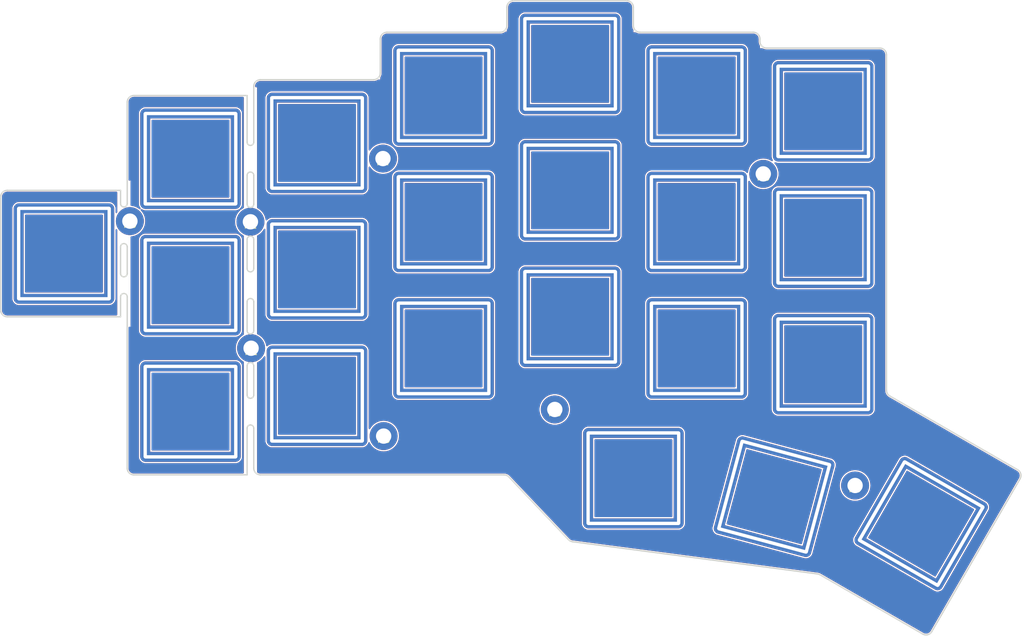
<source format=kicad_pcb>
(kicad_pcb (version 20210824) (generator pcbnew)
  (layers (0 "F.Cu" signal) (31 "B.Cu" signal) (34 "B.Paste" user) (35 "F.Paste" user) (36 "B.SilkS" user "B.Silkscreen") (37 "F.SilkS" user "F.Silkscreen") (38 "B.Mask" user) (39 "F.Mask" user) (44 "Edge.Cuts" user))
  (net 0 "")
  (footprint "kbd:SW_Hole_TH" (layer "F.Cu") (at 42.721463 76.099368)
    (fp_text reference "K18" hide)
    (fp_text value "KEYSW" hide)
    (pad "1" thru_hole oval (at 6.8 0) (size 1.5 15) (drill oval 0.5 14) (layers *.Cu *.Mask))
    (pad "1" thru_hole oval (at -6.8 0) (size 1.5 15) (drill oval 0.5 14) (layers *.Cu *.Mask))
    (pad "1" thru_hole oval (at 0 6.8 90) (size 1.5 15) (drill oval 0.5 14) (layers *.Cu *.Mask))
    (pad "1" thru_hole oval (at 0 -6.8 90) (size 1.5 15) (drill oval 0.5 14) (layers *.Cu *.Mask))
  )
  (footprint "kbd:SW_Hole_TH" (layer "F.Cu") (at 118.721463 47.599367)
    (fp_text reference "K21" hide)
    (fp_text value "KEYSW" hide)
    (pad "1" thru_hole oval (at -6.8 0) (size 1.5 15) (drill oval 0.5 14) (layers *.Cu *.Mask))
    (pad "1" thru_hole oval (at 6.8 0) (size 1.5 15) (drill oval 0.5 14) (layers *.Cu *.Mask))
    (pad "1" thru_hole oval (at 0 -6.8 90) (size 1.5 15) (drill oval 0.5 14) (layers *.Cu *.Mask))
    (pad "1" thru_hole oval (at 0 6.8 90) (size 1.5 15) (drill oval 0.5 14) (layers *.Cu *.Mask))
  )
  (footprint "kbd:SW_Hole_TH" (layer "F.Cu") (at 42.721463 57.099368)
    (fp_text reference "K14" hide)
    (fp_text value "KEYSW" hide)
    (pad "1" thru_hole oval (at 0 -6.8 90) (size 1.5 15) (drill oval 0.5 14) (layers *.Cu *.Mask))
    (pad "1" thru_hole oval (at 0 6.8 90) (size 1.5 15) (drill oval 0.5 14) (layers *.Cu *.Mask))
    (pad "1" thru_hole oval (at -6.8 0) (size 1.5 15) (drill oval 0.5 14) (layers *.Cu *.Mask))
    (pad "1" thru_hole oval (at 6.8 0) (size 1.5 15) (drill oval 0.5 14) (layers *.Cu *.Mask))
  )
  (footprint "kbd:SW_Hole_TH" (layer "F.Cu") (at 61.721463 35.724368)
    (fp_text reference "K13" hide)
    (fp_text value "KEYSW" hide)
    (pad "1" thru_hole oval (at 0 6.8 90) (size 1.5 15) (drill oval 0.5 14) (layers *.Cu *.Mask))
    (pad "1" thru_hole oval (at 0 -6.8 90) (size 1.5 15) (drill oval 0.5 14) (layers *.Cu *.Mask))
    (pad "1" thru_hole oval (at -6.8 0) (size 1.5 15) (drill oval 0.5 14) (layers *.Cu *.Mask))
    (pad "1" thru_hole oval (at 6.8 0) (size 1.5 15) (drill oval 0.5 14) (layers *.Cu *.Mask))
  )
  (footprint "kbd:SW_Hole_TH" (layer "F.Cu") (at 152.426296 92.925796 60)
    (fp_text reference "K22" hide)
    (fp_text value "KEYSW" hide)
    (pad "1" thru_hole oval (at -6.8 0 60) (size 1.5 15) (drill oval 0.5 14) (layers *.Cu *.Mask))
    (pad "1" thru_hole oval (at 0 -6.8 150) (size 1.5 15) (drill oval 0.5 14) (layers *.Cu *.Mask))
    (pad "1" thru_hole oval (at 0 6.8 150) (size 1.5 15) (drill oval 0.5 14) (layers *.Cu *.Mask))
    (pad "1" thru_hole oval (at 6.8 0 60) (size 1.5 15) (drill oval 0.5 14) (layers *.Cu *.Mask))
  )
  (footprint "kbd:M2_Hole_TH" (layer "F.Cu") (at 128.721463 40.374367)
    (fp_text reference "H8" (at 0 0.5) (layer "F.SilkS"))
    (fp_text value "MountingHole")
    (pad "" thru_hole circle (at 0 0) (size 4.2 4.2) (drill 2.3) (layers *.Cu *.Mask))
  )
  (footprint "kbd:SW_Hole_TH" (layer "F.Cu") (at 80.721463 66.599368)
    (fp_text reference "K9" hide)
    (fp_text value "KEYSW" hide)
    (pad "1" thru_hole oval (at -6.8 0) (size 1.5 15) (drill oval 0.5 14) (layers *.Cu *.Mask))
    (pad "1" thru_hole oval (at 0 -6.8 90) (size 1.5 15) (drill oval 0.5 14) (layers *.Cu *.Mask))
    (pad "1" thru_hole oval (at 0 6.8 90) (size 1.5 15) (drill oval 0.5 14) (layers *.Cu *.Mask))
    (pad "1" thru_hole oval (at 6.8 0) (size 1.5 15) (drill oval 0.5 14) (layers *.Cu *.Mask))
  )
  (footprint "kbd:M2_Hole_TH" (layer "F.Cu") (at 71.621463 38.074367)
    (fp_text reference "H4" (at 0 0.5) (layer "F.SilkS"))
    (fp_text value "MountingHole")
    (pad "" thru_hole circle (at 0 0) (size 4.2 4.2) (drill 2.3) (layers *.Cu *.Mask))
  )
  (footprint "kbd:SW_Hole_TH" (layer "F.Cu") (at 130.35654 88.881582 -15)
    (fp_text reference "K1" hide)
    (fp_text value "KEYSW" hide)
    (pad "1" thru_hole oval (at 0 -6.8 75) (size 1.5 15) (drill oval 0.5 14) (layers *.Cu *.Mask))
    (pad "1" thru_hole oval (at 0 6.8 75) (size 1.5 15) (drill oval 0.5 14) (layers *.Cu *.Mask))
    (pad "1" thru_hole oval (at -6.8 0 345) (size 1.5 15) (drill oval 0.5 14) (layers *.Cu *.Mask))
    (pad "1" thru_hole oval (at 6.8 0 345) (size 1.5 15) (drill oval 0.5 14) (layers *.Cu *.Mask))
  )
  (footprint "kbd:SW_Hole_TH" (layer "F.Cu") (at 99.721463 23.849368)
    (fp_text reference "K11" hide)
    (fp_text value "KEYSW" hide)
    (pad "1" thru_hole oval (at 0 -6.8 90) (size 1.5 15) (drill oval 0.5 14) (layers *.Cu *.Mask))
    (pad "1" thru_hole oval (at -6.8 0) (size 1.5 15) (drill oval 0.5 14) (layers *.Cu *.Mask))
    (pad "1" thru_hole oval (at 6.8 0) (size 1.5 15) (drill oval 0.5 14) (layers *.Cu *.Mask))
    (pad "1" thru_hole oval (at 0 6.8 90) (size 1.5 15) (drill oval 0.5 14) (layers *.Cu *.Mask))
  )
  (footprint "kbd:M2_Hole_TH" (layer "F.Cu") (at 51.821463 66.574367)
    (fp_text reference "H2" (at 0 0.5) (layer "F.SilkS"))
    (fp_text value "MountingHole")
    (pad "" thru_hole circle (at 0 0) (size 4.2 4.2) (drill 2.3) (layers *.Cu *.Mask))
  )
  (footprint "kbd:SW_Hole_TH" (layer "F.Cu") (at 42.721463 38.099368)
    (fp_text reference "K7" hide)
    (fp_text value "KEYSW" hide)
    (pad "1" thru_hole oval (at 0 -6.8 90) (size 1.5 15) (drill oval 0.5 14) (layers *.Cu *.Mask))
    (pad "1" thru_hole oval (at 0 6.8 90) (size 1.5 15) (drill oval 0.5 14) (layers *.Cu *.Mask))
    (pad "1" thru_hole oval (at -6.8 0) (size 1.5 15) (drill oval 0.5 14) (layers *.Cu *.Mask))
    (pad "1" thru_hole oval (at 6.8 0) (size 1.5 15) (drill oval 0.5 14) (layers *.Cu *.Mask))
  )
  (footprint "kbd:SW_Hole_TH" (layer "F.Cu") (at 118.721463 66.599367)
    (fp_text reference "K12" hide)
    (fp_text value "KEYSW" hide)
    (pad "1" thru_hole oval (at -6.8 0) (size 1.5 15) (drill oval 0.5 14) (layers *.Cu *.Mask))
    (pad "1" thru_hole oval (at 0 6.8 90) (size 1.5 15) (drill oval 0.5 14) (layers *.Cu *.Mask))
    (pad "1" thru_hole oval (at 0 -6.8 90) (size 1.5 15) (drill oval 0.5 14) (layers *.Cu *.Mask))
    (pad "1" thru_hole oval (at 6.8 0) (size 1.5 15) (drill oval 0.5 14) (layers *.Cu *.Mask))
  )
  (footprint "kbd:M2_Hole_TH" (layer "F.Cu") (at 33.621463 47.474367)
    (fp_text reference "H3" (at 0 0.5) (layer "F.SilkS"))
    (fp_text value "MountingHole")
    (pad "" thru_hole circle (at 0 0) (size 4.2 4.2) (drill 2.3) (layers *.Cu *.Mask))
  )
  (footprint "kbd:M2_Hole_TH" (layer "F.Cu") (at 51.721463 47.574367)
    (fp_text reference "H1" (at 0 0.5) (layer "F.SilkS"))
    (fp_text value "MountingHole")
    (pad "" thru_hole circle (at 0 0) (size 4.2 4.2) (drill 2.3) (layers *.Cu *.Mask))
  )
  (footprint "kbd:SW_Hole_TH" (layer "F.Cu") (at 118.721463 28.599367)
    (fp_text reference "K16" hide)
    (fp_text value "KEYSW" hide)
    (pad "1" thru_hole oval (at 0 6.8 90) (size 1.5 15) (drill oval 0.5 14) (layers *.Cu *.Mask))
    (pad "1" thru_hole oval (at -6.8 0) (size 1.5 15) (drill oval 0.5 14) (layers *.Cu *.Mask))
    (pad "1" thru_hole oval (at 0 -6.8 90) (size 1.5 15) (drill oval 0.5 14) (layers *.Cu *.Mask))
    (pad "1" thru_hole oval (at 6.8 0) (size 1.5 15) (drill oval 0.5 14) (layers *.Cu *.Mask))
  )
  (footprint "kbd:SW_Hole_TH" (layer "F.Cu") (at 80.721463 47.599368)
    (fp_text reference "K6" hide)
    (fp_text value "KEYSW" hide)
    (pad "1" thru_hole oval (at 6.8 0) (size 1.5 15) (drill oval 0.5 14) (layers *.Cu *.Mask))
    (pad "1" thru_hole oval (at 0 6.8 90) (size 1.5 15) (drill oval 0.5 14) (layers *.Cu *.Mask))
    (pad "1" thru_hole oval (at 0 -6.8 90) (size 1.5 15) (drill oval 0.5 14) (layers *.Cu *.Mask))
    (pad "1" thru_hole oval (at -6.8 0) (size 1.5 15) (drill oval 0.5 14) (layers *.Cu *.Mask))
  )
  (footprint "kbd:M2_Hole_TH" (layer "F.Cu") (at 97.421463 75.774367)
    (fp_text reference "H6" (at 0 0.5) (layer "F.SilkS"))
    (fp_text value "MountingHole")
    (pad "" thru_hole circle (at 0 0) (size 4.2 4.2) (drill 2.3) (layers *.Cu *.Mask))
  )
  (footprint "kbd:SW_Hole_TH" (layer "F.Cu") (at 109.221463 86.099097)
    (fp_text reference "K5" hide)
    (fp_text value "KEYSW" hide)
    (pad "1" thru_hole oval (at 0 6.8 90) (size 1.5 15) (drill oval 0.5 14) (layers *.Cu *.Mask))
    (pad "1" thru_hole oval (at -6.8 0) (size 1.5 15) (drill oval 0.5 14) (layers *.Cu *.Mask))
    (pad "1" thru_hole oval (at 6.8 0) (size 1.5 15) (drill oval 0.5 14) (layers *.Cu *.Mask))
    (pad "1" thru_hole oval (at 0 -6.8 90) (size 1.5 15) (drill oval 0.5 14) (layers *.Cu *.Mask))
  )
  (footprint "kbd:SW_Hole_TH" (layer "F.Cu") (at 137.721463 49.974367)
    (fp_text reference "K3" hide)
    (fp_text value "KEYSW" hide)
    (pad "1" thru_hole oval (at 6.8 0) (size 1.5 15) (drill oval 0.5 14) (layers *.Cu *.Mask))
    (pad "1" thru_hole oval (at -6.8 0) (size 1.5 15) (drill oval 0.5 14) (layers *.Cu *.Mask))
    (pad "1" thru_hole oval (at 0 6.8 90) (size 1.5 15) (drill oval 0.5 14) (layers *.Cu *.Mask))
    (pad "1" thru_hole oval (at 0 -6.8 90) (size 1.5 15) (drill oval 0.5 14) (layers *.Cu *.Mask))
  )
  (footprint "kbd:SW_Hole_TH" (layer "F.Cu") (at 23.721464 52.349367)
    (fp_text reference "K10" hide)
    (fp_text value "KEYSW" hide)
    (pad "1" thru_hole oval (at 0 -6.8 90) (size 1.5 15) (drill oval 0.5 14) (layers *.Cu *.Mask))
    (pad "1" thru_hole oval (at 6.8 0) (size 1.5 15) (drill oval 0.5 14) (layers *.Cu *.Mask))
    (pad "1" thru_hole oval (at 0 6.8 90) (size 1.5 15) (drill oval 0.5 14) (layers *.Cu *.Mask))
    (pad "1" thru_hole oval (at -6.8 0) (size 1.5 15) (drill oval 0.5 14) (layers *.Cu *.Mask))
  )
  (footprint "kbd:SW_Hole_TH" (layer "F.Cu") (at 99.721463 42.849368)
    (fp_text reference "K19" hide)
    (fp_text value "KEYSW" hide)
    (pad "1" thru_hole oval (at 6.8 0) (size 1.5 15) (drill oval 0.5 14) (layers *.Cu *.Mask))
    (pad "1" thru_hole oval (at -6.8 0) (size 1.5 15) (drill oval 0.5 14) (layers *.Cu *.Mask))
    (pad "1" thru_hole oval (at 0 -6.8 90) (size 1.5 15) (drill oval 0.5 14) (layers *.Cu *.Mask))
    (pad "1" thru_hole oval (at 0 6.8 90) (size 1.5 15) (drill oval 0.5 14) (layers *.Cu *.Mask))
  )
  (footprint "kbd:SW_Hole_TH" (layer "F.Cu") (at 61.721463 73.724368)
    (fp_text reference "K8" hide)
    (fp_text value "KEYSW" hide)
    (pad "1" thru_hole oval (at 6.8 0) (size 1.5 15) (drill oval 0.5 14) (layers *.Cu *.Mask))
    (pad "1" thru_hole oval (at 0 6.8 90) (size 1.5 15) (drill oval 0.5 14) (layers *.Cu *.Mask))
    (pad "1" thru_hole oval (at -6.8 0) (size 1.5 15) (drill oval 0.5 14) (layers *.Cu *.Mask))
    (pad "1" thru_hole oval (at 0 -6.8 90) (size 1.5 15) (drill oval 0.5 14) (layers *.Cu *.Mask))
  )
  (footprint "kbd:M2_Hole_TH" (layer "F.Cu") (at 71.721463 79.774367)
    (fp_text reference "H5" (at 0 0.5) (layer "F.SilkS"))
    (fp_text value "MountingHole")
    (pad "" thru_hole circle (at 0 0) (size 4.2 4.2) (drill 2.3) (layers *.Cu *.Mask))
  )
  (footprint "kbd:SW_Hole_TH" (layer "F.Cu") (at 137.721463 30.974367)
    (fp_text reference "K4" hide)
    (fp_text value "KEYSW" hide)
    (pad "1" thru_hole oval (at 0 6.8 90) (size 1.5 15) (drill oval 0.5 14) (layers *.Cu *.Mask))
    (pad "1" thru_hole oval (at -6.8 0) (size 1.5 15) (drill oval 0.5 14) (layers *.Cu *.Mask))
    (pad "1" thru_hole oval (at 0 -6.8 90) (size 1.5 15) (drill oval 0.5 14) (layers *.Cu *.Mask))
    (pad "1" thru_hole oval (at 6.8 0) (size 1.5 15) (drill oval 0.5 14) (layers *.Cu *.Mask))
  )
  (footprint "kbd:SW_Hole_TH" (layer "F.Cu") (at 137.721463 68.974367)
    (fp_text reference "K2" hide)
    (fp_text value "KEYSW" hide)
    (pad "1" thru_hole oval (at 6.8 0) (size 1.5 15) (drill oval 0.5 14) (layers *.Cu *.Mask))
    (pad "1" thru_hole oval (at -6.8 0) (size 1.5 15) (drill oval 0.5 14) (layers *.Cu *.Mask))
    (pad "1" thru_hole oval (at 0 -6.8 90) (size 1.5 15) (drill oval 0.5 14) (layers *.Cu *.Mask))
    (pad "1" thru_hole oval (at 0 6.8 90) (size 1.5 15) (drill oval 0.5 14) (layers *.Cu *.Mask))
  )
  (footprint "kbd:SW_Hole_TH" (layer "F.Cu") (at 99.721463 61.849368)
    (fp_text reference "K15" hide)
    (fp_text value "KEYSW" hide)
    (pad "1" thru_hole oval (at -6.8 0) (size 1.5 15) (drill oval 0.5 14) (layers *.Cu *.Mask))
    (pad "1" thru_hole oval (at 0 6.8 90) (size 1.5 15) (drill oval 0.5 14) (layers *.Cu *.Mask))
    (pad "1" thru_hole oval (at 6.8 0) (size 1.5 15) (drill oval 0.5 14) (layers *.Cu *.Mask))
    (pad "1" thru_hole oval (at 0 -6.8 90) (size 1.5 15) (drill oval 0.5 14) (layers *.Cu *.Mask))
  )
  (footprint "kbd:M2_Hole_TH" (layer "F.Cu") (at 142.507505 87.19918)
    (fp_text reference "H9" (at 0 0.5) (layer "F.SilkS"))
    (fp_text value "MountingHole")
    (pad "" thru_hole circle (at 0 0) (size 4.2 4.2) (drill 2.3) (layers *.Cu *.Mask))
  )
  (footprint "kbd:SW_Hole_TH" (layer "F.Cu") (at 61.721463 54.724368)
    (fp_text reference "K17" hide)
    (fp_text value "KEYSW" hide)
    (pad "1" thru_hole oval (at -6.8 0) (size 1.5 15) (drill oval 0.5 14) (layers *.Cu *.Mask))
    (pad "1" thru_hole oval (at 0 -6.8 90) (size 1.5 15) (drill oval 0.5 14) (layers *.Cu *.Mask))
    (pad "1" thru_hole oval (at 0 6.8 90) (size 1.5 15) (drill oval 0.5 14) (layers *.Cu *.Mask))
    (pad "1" thru_hole oval (at 6.8 0) (size 1.5 15) (drill oval 0.5 14) (layers *.Cu *.Mask))
  )
  (footprint "kbd:SW_Hole_TH" (layer "F.Cu") (at 80.721463 28.599368)
    (fp_text reference "K20" hide)
    (fp_text value "KEYSW" hide)
    (pad "1" thru_hole oval (at 0 -6.8 90) (size 1.5 15) (drill oval 0.5 14) (layers *.Cu *.Mask))
    (pad "1" thru_hole oval (at 0 6.8 90) (size 1.5 15) (drill oval 0.5 14) (layers *.Cu *.Mask))
    (pad "1" thru_hole oval (at 6.8 0) (size 1.5 15) (drill oval 0.5 14) (layers *.Cu *.Mask))
    (pad "1" thru_hole oval (at -6.8 0) (size 1.5 15) (drill oval 0.5 14) (layers *.Cu *.Mask))
  )
  (gr_arc (start 89.796623 86.588971) (end 90.514076 85.907372) (angle -46.46802851) (layer "Edge.Cuts") (width 0.2))
  (gr_arc (start 166.412511 85.70096) (end 167.278537 86.20096) (angle -90) (layer "Edge.Cuts") (width 0.2))
  (gr_arc (start 51.72149 44.924327) (end 51.22149 44.924327) (angle -180) (layer "Edge.Cuts") (width 0.2))
  (gr_arc (start 51.721463 59.599366) (end 52.221463 59.599366) (angle -180) (layer "Edge.Cuts") (width 0.2))
  (gr_line (start 51.221491 40.599328) (end 51.22149 44.924327) (layer "Edge.Cuts") (width 0.2))
  (gr_arc (start 89.221463 18.099368) (end 89.221463 19.099368) (angle -90) (layer "Edge.Cuts") (width 0.2))
  (gr_line (start 15.221464 42.849368) (end 32.221465 42.849368) (layer "Edge.Cuts") (width 0.2))
  (gr_line (start 32.221464 51.349368) (end 32.221464 55.349368) (layer "Edge.Cuts") (width 0.2))
  (gr_line (start 52.221463 35.599367) (end 52.221463 27.224367) (layer "Edge.Cuts") (width 0.2))
  (gr_line (start 99.480311 95.345258) (end 90.514076 85.907372) (layer "Edge.Cuts") (width 0.2))
  (gr_arc (start 51.721463 40.599367) (end 52.221463 40.599367) (angle -180) (layer "Edge.Cuts") (width 0.2))
  (gr_line (start 147.721463 73.754978) (end 166.912511 84.834934) (layer "Edge.Cuts") (width 0.2))
  (gr_line (start 147.221463 22.474368) (end 147.221463 72.888952) (layer "Edge.Cuts") (width 0.2))
  (gr_arc (start 32.721463 55.349368) (end 32.221463 55.349368) (angle -180) (layer "Edge.Cuts") (width 0.2))
  (gr_line (start 51.221463 28.599368) (end 51.221463 35.599367) (layer "Edge.Cuts") (width 0.2))
  (gr_line (start 32.221464 42.849368) (end 32.221464 44.849368) (layer "Edge.Cuts") (width 0.2))
  (gr_arc (start 70.221463 25.224368) (end 70.221463 26.224368) (angle -90) (layer "Edge.Cuts") (width 0.2))
  (gr_arc (start 51.721463 73.599366) (end 51.221463 73.599366) (angle -180) (layer "Edge.Cuts") (width 0.2))
  (gr_line (start 52.221463 84.599366) (end 52.221463 78.599366) (layer "Edge.Cuts") (width 0.2))
  (gr_arc (start 53.221463 84.599366) (end 52.221463 84.599366) (angle -90) (layer "Edge.Cuts") (width 0.2))
  (gr_line (start 71.221463 25.224368) (end 71.221463 20.099368) (layer "Edge.Cuts") (width 0.2))
  (gr_arc (start 146.221463 22.474368) (end 147.221463 22.474368) (angle -90) (layer "Edge.Cuts") (width 0.2))
  (gr_arc (start 108.221463 15.349368) (end 109.221463 15.349368) (angle -90) (layer "Edge.Cuts") (width 0.2))
  (gr_line (start 51.221491 54.599327) (end 51.22149 50.224327) (layer "Edge.Cuts") (width 0.2))
  (gr_line (start 110.221463 19.099367) (end 127.221463 19.099367) (layer "Edge.Cuts") (width 0.2))
  (gr_line (start 89.796623 85.599366) (end 53.221463 85.599366) (layer "Edge.Cuts") (width 0.2))
  (gr_line (start 152.662511 109.516658) (end 137.244527 100.615081) (layer "Edge.Cuts") (width 0.2))
  (gr_arc (start 110.221463 18.099368) (end 109.221463 18.099367) (angle -90) (layer "Edge.Cuts") (width 0.2))
  (gr_line (start 33.221463 84.609762) (end 33.221464 58.849368) (layer "Edge.Cuts") (width 0.2))
  (gr_arc (start 51.721463 54.599366) (end 51.221463 54.599366) (angle -180) (layer "Edge.Cuts") (width 0.2))
  (gr_line (start 51.22149 63.924327) (end 51.221491 59.599327) (layer "Edge.Cuts") (width 0.2))
  (gr_line (start 52.221491 54.599327) (end 52.22149 50.224327) (layer "Edge.Cuts") (width 0.2))
  (gr_arc (start 51.721463 78.599366) (end 52.221463 78.599366) (angle -180) (layer "Edge.Cuts") (width 0.2))
  (gr_arc (start 32.721464 44.849368) (end 32.221464 44.849368) (angle -180) (layer "Edge.Cuts") (width 0.2))
  (gr_line (start 51.221463 78.599366) (end 51.221463 85.599366) (layer "Edge.Cuts") (width 0.2))
  (gr_line (start 52.221491 73.599327) (end 52.22149 69.224327) (layer "Edge.Cuts") (width 0.2))
  (gr_arc (start 34.211068 84.609762) (end 33.221463 84.609762) (angle -90) (layer "Edge.Cuts") (width 0.2))
  (gr_line (start 51.221463 85.599366) (end 34.211068 85.599366) (layer "Edge.Cuts") (width 0.2))
  (gr_line (start 52.22149 63.924327) (end 52.221491 59.599327) (layer "Edge.Cuts") (width 0.2))
  (gr_arc (start 53.221463 27.224368) (end 53.221463 26.224368) (angle -90) (layer "Edge.Cuts") (width 0.2))
  (gr_arc (start 51.72149 63.924327) (end 51.22149 63.924327) (angle -180) (layer "Edge.Cuts") (width 0.2))
  (gr_line (start 53.221463 26.224368) (end 70.221463 26.224368) (layer "Edge.Cuts") (width 0.2))
  (gr_line (start 14.221465 60.849368) (end 14.221465 43.849369) (layer "Edge.Cuts") (width 0.2))
  (gr_arc (start 15.221464 60.849368) (end 14.221465 60.849368) (angle -90) (layer "Edge.Cuts") (width 0.2))
  (gr_arc (start 15.221465 43.849368) (end 15.221464 42.849368) (angle -90) (layer "Edge.Cuts") (width 0.2))
  (gr_line (start 32.221464 58.849368) (end 32.221464 61.849368) (layer "Edge.Cuts") (width 0.2))
  (gr_arc (start 129.221463 20.474367) (end 128.221463 20.474367) (angle -90) (layer "Edge.Cuts") (width 0.2))
  (gr_arc (start 91.221463 15.349368) (end 91.221463 14.349368) (angle -90) (layer "Edge.Cuts") (width 0.2))
  (gr_arc (start 127.221463 20.099367) (end 128.221463 20.099367) (angle -90) (layer "Edge.Cuts") (width 0.2))
  (gr_arc (start 100.197764 94.663659) (end 99.480311 95.345258) (angle -38.96802851) (layer "Edge.Cuts") (width 0.2))
  (gr_line (start 136.878894 100.490965) (end 100.068595 95.644797) (layer "Edge.Cuts") (width 0.2))
  (gr_line (start 33.221464 44.849368) (end 33.221464 29.599368) (layer "Edge.Cuts") (width 0.2))
  (gr_line (start 33.221463 55.349368) (end 33.221463 51.349368) (layer "Edge.Cuts") (width 0.2))
  (gr_line (start 109.221463 15.349368) (end 109.221463 18.099367) (layer "Edge.Cuts") (width 0.2))
  (gr_line (start 128.221463 20.099367) (end 128.221463 20.474367) (layer "Edge.Cuts") (width 0.2))
  (gr_arc (start 34.221464 29.599368) (end 34.221464 28.599368) (angle -90) (layer "Edge.Cuts") (width 0.2))
  (gr_line (start 129.221463 21.474367) (end 146.221463 21.474368) (layer "Edge.Cuts") (width 0.2))
  (gr_line (start 167.278537 86.20096) (end 154.028537 109.150633) (layer "Edge.Cuts") (width 0.2))
  (gr_arc (start 51.721463 35.599367) (end 51.221463 35.599367) (angle -180) (layer "Edge.Cuts") (width 0.2))
  (gr_arc (start 136.749724 101.472103) (end 137.244527 100.615081) (angle -22.5) (layer "Edge.Cuts") (width 0.2))
  (gr_arc (start 148.221463 72.888952) (end 147.221463 72.888952) (angle -60) (layer "Edge.Cuts") (width 0.2))
  (gr_arc (start 32.721462 51.349368) (end 33.221462 51.349368) (angle -180) (layer "Edge.Cuts") (width 0.2))
  (gr_arc (start 32.721464 58.849368) (end 33.221464 58.849368) (angle -180) (layer "Edge.Cuts") (width 0.2))
  (gr_arc (start 51.72149 50.224327) (end 52.22149 50.224327) (angle -180) (layer "Edge.Cuts") (width 0.2))
  (gr_arc (start 72.221463 20.099368) (end 72.221463 19.099367) (angle -90) (layer "Edge.Cuts") (width 0.2))
  (gr_line (start 90.221463 18.099368) (end 90.221463 15.349368) (layer "Edge.Cuts") (width 0.2))
  (gr_line (start 32.221464 61.849368) (end 15.221464 61.849368) (layer "Edge.Cuts") (width 0.2))
  (gr_arc (start 51.72149 69.224327) (end 52.22149 69.224327) (angle -180) (layer "Edge.Cuts") (width 0.2))
  (gr_line (start 52.221491 40.599328) (end 52.22149 44.924327) (layer "Edge.Cuts") (width 0.2))
  (gr_line (start 91.221463 14.349368) (end 108.221463 14.349368) (layer "Edge.Cuts") (width 0.2))
  (gr_line (start 72.221463 19.099367) (end 89.221463 19.099368) (layer "Edge.Cuts") (width 0.2))
  (gr_line (start 51.22149 69.224327) (end 51.221491 73.599327) (layer "Edge.Cuts") (width 0.2))
  (gr_arc (start 153.162511 108.650633) (end 152.662511 109.516658) (angle -90) (layer "Edge.Cuts") (width 0.2))
  (gr_line (start 34.221464 28.599368) (end 51.221463 28.599368) (layer "Edge.Cuts") (width 0.2))
  (zone (net 0) (net_name "") (layers F&B.Cu) (priority 1) (connect_pads (clearance 0.2)) (min_thickness 0.25) (fill yes (thermal_gap 0.5) (thermal_bridge_width 0.5))
    (polygon (pts (xy 109.221463 19.104952) (xy 128.221463 19.104952) (xy 128.221463 21.504952) (xy 147.221463 21.504952) (xy 147.221463 23.804952) (xy 147.721464 73.349367) (xy 167.821463 85.204952) (xy 153.421463 109.904952) (xy 137.021463 100.504952) (xy 99.721463 95.504952) (xy 90.121463 85.504952) (xy 33.221463 85.604952) (xy 33.221463 61.804952) (xy 14.121463 61.804952) (xy 14.221463 42.904952) (xy 33.221463 42.804952) (xy 33.221463 28.504952) (xy 52.221463 28.504952) (xy 52.221463 26.204952) (xy 71.221463 26.204952) (xy 71.221463 19.004952) (xy 90.221463 19.004952) (xy 90.221463 14.304952) (xy 109.221463 14.304952)))
  )
  (zone (net 0) (net_name "") (layers F&B.Cu) (connect_pads (clearance 0)) (min_thickness 0.254)
    (keepout (tracks not_allowed) (vias not_allowed) (pads not_allowed) (copperpour not_allowed) (footprints allowed))
    (fill (thermal_gap 0.508) (thermal_bridge_width 0.508))
    (polygon (pts (xy 52.721463 86.099367) (xy 50.721463 86.099367) (xy 50.721463 27.349367) (xy 52.721463 27.349367)))
  )
  (zone (net 0) (net_name "") (layers F&B.Cu) (connect_pads (clearance 0)) (min_thickness 0.254)
    (keepout (tracks not_allowed) (vias not_allowed) (pads not_allowed) (copperpour not_allowed) (footprints allowed))
    (fill (thermal_gap 0.508) (thermal_bridge_width 0.508))
    (polygon (pts (xy 33.721463 63.349367) (xy 31.721463 63.349367) (xy 31.721463 41.849367) (xy 33.721463 41.349367)))
  )
)
</source>
